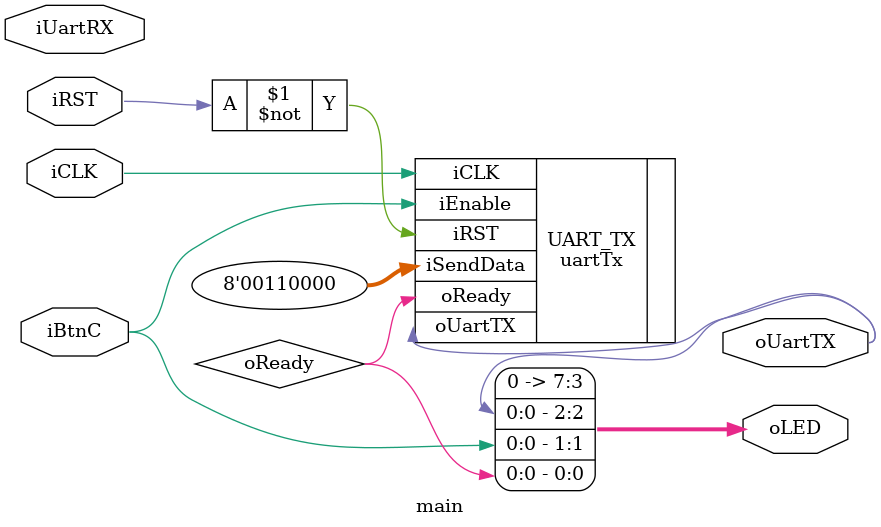
<source format=v>
/*
 * Create 2021/1/3
 * Author koutakimura
 * Editor VSCode ver1.62.7
 * Build  Vivado20.2
 * Borad  Nexys Video
 * -
 * UARTデモプロジェクト
 */
module main #(
    parameter UART_CLK_SPEED = 868
)(
    input           iCLK,
    input           iRST,
    input           iBtnC,
    input           iUartRX,
    output          oUartTX,
    output [7:0]    oLED
);

wire oReady;
assign oLED = {5'd0, oUartTX, iBtnC, oReady};

uartTx #(
    .UART_CLK_SPEED(UART_CLK_SPEED)
) UART_TX (
    .iCLK(iCLK),
    .iRST(~iRST),
    .iEnable(iBtnC),
    .iSendData(8'h30),
    .oUartTX(oUartTX),
    .oReady(oReady),
);

endmodule

</source>
